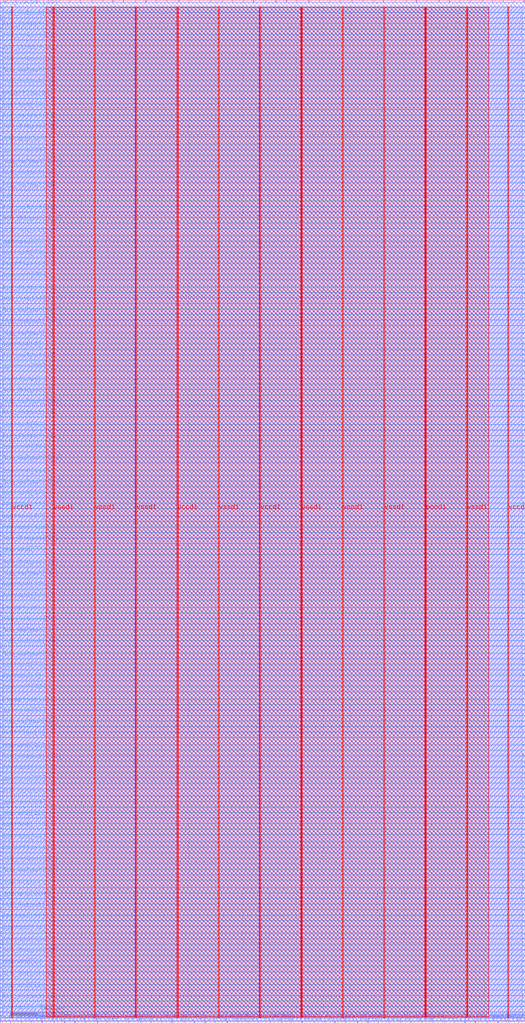
<source format=lef>
VERSION 5.7 ;
  NOWIREEXTENSIONATPIN ON ;
  DIVIDERCHAR "/" ;
  BUSBITCHARS "[]" ;
MACRO Top_Module_4_ALU
  CLASS BLOCK ;
  FOREIGN Top_Module_4_ALU ;
  ORIGIN 0.000 0.000 ;
  SIZE 975.000 BY 1900.000 ;
  PIN ALU_Output[0]
    DIRECTION OUTPUT TRISTATE ;
    USE SIGNAL ;
    PORT
      LAYER met2 ;
        RECT 933.890 1896.000 934.170 1899.000 ;
    END
  END ALU_Output[0]
  PIN ALU_Output[100]
    DIRECTION OUTPUT TRISTATE ;
    USE SIGNAL ;
    PORT
      LAYER met3 ;
        RECT 1.000 1336.240 4.000 1336.840 ;
    END
  END ALU_Output[100]
  PIN ALU_Output[101]
    DIRECTION OUTPUT TRISTATE ;
    USE SIGNAL ;
    PORT
      LAYER met3 ;
        RECT 971.000 115.640 974.000 116.240 ;
    END
  END ALU_Output[101]
  PIN ALU_Output[102]
    DIRECTION OUTPUT TRISTATE ;
    USE SIGNAL ;
    PORT
      LAYER met3 ;
        RECT 971.000 1706.840 974.000 1707.440 ;
    END
  END ALU_Output[102]
  PIN ALU_Output[103]
    DIRECTION OUTPUT TRISTATE ;
    USE SIGNAL ;
    PORT
      LAYER met2 ;
        RECT 209.390 1896.000 209.670 1899.000 ;
    END
  END ALU_Output[103]
  PIN ALU_Output[104]
    DIRECTION OUTPUT TRISTATE ;
    USE SIGNAL ;
    PORT
      LAYER met3 ;
        RECT 971.000 581.440 974.000 582.040 ;
    END
  END ALU_Output[104]
  PIN ALU_Output[105]
    DIRECTION OUTPUT TRISTATE ;
    USE SIGNAL ;
    PORT
      LAYER met3 ;
        RECT 971.000 1686.440 974.000 1687.040 ;
    END
  END ALU_Output[105]
  PIN ALU_Output[106]
    DIRECTION OUTPUT TRISTATE ;
    USE SIGNAL ;
    PORT
      LAYER met2 ;
        RECT 592.570 1896.000 592.850 1899.000 ;
    END
  END ALU_Output[106]
  PIN ALU_Output[107]
    DIRECTION OUTPUT TRISTATE ;
    USE SIGNAL ;
    PORT
      LAYER met3 ;
        RECT 1.000 1315.840 4.000 1316.440 ;
    END
  END ALU_Output[107]
  PIN ALU_Output[108]
    DIRECTION OUTPUT TRISTATE ;
    USE SIGNAL ;
    PORT
      LAYER met3 ;
        RECT 971.000 221.040 974.000 221.640 ;
    END
  END ALU_Output[108]
  PIN ALU_Output[109]
    DIRECTION OUTPUT TRISTATE ;
    USE SIGNAL ;
    PORT
      LAYER met3 ;
        RECT 1.000 1040.440 4.000 1041.040 ;
    END
  END ALU_Output[109]
  PIN ALU_Output[10]
    DIRECTION OUTPUT TRISTATE ;
    USE SIGNAL ;
    PORT
      LAYER met3 ;
        RECT 1.000 40.840 4.000 41.440 ;
    END
  END ALU_Output[10]
  PIN ALU_Output[110]
    DIRECTION OUTPUT TRISTATE ;
    USE SIGNAL ;
    PORT
      LAYER met2 ;
        RECT 573.250 1896.000 573.530 1899.000 ;
    END
  END ALU_Output[110]
  PIN ALU_Output[111]
    DIRECTION OUTPUT TRISTATE ;
    USE SIGNAL ;
    PORT
      LAYER met3 ;
        RECT 971.000 1071.040 974.000 1071.640 ;
    END
  END ALU_Output[111]
  PIN ALU_Output[112]
    DIRECTION OUTPUT TRISTATE ;
    USE SIGNAL ;
    PORT
      LAYER met3 ;
        RECT 1.000 1485.840 4.000 1486.440 ;
    END
  END ALU_Output[112]
  PIN ALU_Output[113]
    DIRECTION OUTPUT TRISTATE ;
    USE SIGNAL ;
    PORT
      LAYER met3 ;
        RECT 1.000 1761.240 4.000 1761.840 ;
    END
  END ALU_Output[113]
  PIN ALU_Output[114]
    DIRECTION OUTPUT TRISTATE ;
    USE SIGNAL ;
    PORT
      LAYER met3 ;
        RECT 971.000 306.040 974.000 306.640 ;
    END
  END ALU_Output[114]
  PIN ALU_Output[115]
    DIRECTION OUTPUT TRISTATE ;
    USE SIGNAL ;
    PORT
      LAYER met3 ;
        RECT 1.000 1145.840 4.000 1146.440 ;
    END
  END ALU_Output[115]
  PIN ALU_Output[116]
    DIRECTION OUTPUT TRISTATE ;
    USE SIGNAL ;
    PORT
      LAYER met3 ;
        RECT 971.000 326.440 974.000 327.040 ;
    END
  END ALU_Output[116]
  PIN ALU_Output[117]
    DIRECTION OUTPUT TRISTATE ;
    USE SIGNAL ;
    PORT
      LAYER met2 ;
        RECT 479.870 1.000 480.150 4.000 ;
    END
  END ALU_Output[117]
  PIN ALU_Output[118]
    DIRECTION OUTPUT TRISTATE ;
    USE SIGNAL ;
    PORT
      LAYER met2 ;
        RECT 653.750 1896.000 654.030 1899.000 ;
    END
  END ALU_Output[118]
  PIN ALU_Output[119]
    DIRECTION OUTPUT TRISTATE ;
    USE SIGNAL ;
    PORT
      LAYER met2 ;
        RECT 360.730 1.000 361.010 4.000 ;
    END
  END ALU_Output[119]
  PIN ALU_Output[11]
    DIRECTION OUTPUT TRISTATE ;
    USE SIGNAL ;
    PORT
      LAYER met2 ;
        RECT 270.570 1896.000 270.850 1899.000 ;
    END
  END ALU_Output[11]
  PIN ALU_Output[120]
    DIRECTION OUTPUT TRISTATE ;
    USE SIGNAL ;
    PORT
      LAYER met3 ;
        RECT 1.000 1591.240 4.000 1591.840 ;
    END
  END ALU_Output[120]
  PIN ALU_Output[121]
    DIRECTION OUTPUT TRISTATE ;
    USE SIGNAL ;
    PORT
      LAYER met3 ;
        RECT 1.000 1295.440 4.000 1296.040 ;
    END
  END ALU_Output[121]
  PIN ALU_Output[122]
    DIRECTION OUTPUT TRISTATE ;
    USE SIGNAL ;
    PORT
      LAYER met3 ;
        RECT 1.000 1081.240 4.000 1081.840 ;
    END
  END ALU_Output[122]
  PIN ALU_Output[123]
    DIRECTION OUTPUT TRISTATE ;
    USE SIGNAL ;
    PORT
      LAYER met3 ;
        RECT 1.000 486.240 4.000 486.840 ;
    END
  END ALU_Output[123]
  PIN ALU_Output[124]
    DIRECTION OUTPUT TRISTATE ;
    USE SIGNAL ;
    PORT
      LAYER met3 ;
        RECT 971.000 1281.840 974.000 1282.440 ;
    END
  END ALU_Output[124]
  PIN ALU_Output[125]
    DIRECTION OUTPUT TRISTATE ;
    USE SIGNAL ;
    PORT
      LAYER met2 ;
        RECT 251.250 1896.000 251.530 1899.000 ;
    END
  END ALU_Output[125]
  PIN ALU_Output[126]
    DIRECTION OUTPUT TRISTATE ;
    USE SIGNAL ;
    PORT
      LAYER met3 ;
        RECT 1.000 996.240 4.000 996.840 ;
    END
  END ALU_Output[126]
  PIN ALU_Output[127]
    DIRECTION OUTPUT TRISTATE ;
    USE SIGNAL ;
    PORT
      LAYER met2 ;
        RECT 560.370 1.000 560.650 4.000 ;
    END
  END ALU_Output[127]
  PIN ALU_Output[12]
    DIRECTION OUTPUT TRISTATE ;
    USE SIGNAL ;
    PORT
      LAYER met3 ;
        RECT 971.000 1305.640 974.000 1306.240 ;
    END
  END ALU_Output[12]
  PIN ALU_Output[13]
    DIRECTION OUTPUT TRISTATE ;
    USE SIGNAL ;
    PORT
      LAYER met2 ;
        RECT 29.070 1896.000 29.350 1899.000 ;
    END
  END ALU_Output[13]
  PIN ALU_Output[14]
    DIRECTION OUTPUT TRISTATE ;
    USE SIGNAL ;
    PORT
      LAYER met3 ;
        RECT 971.000 411.440 974.000 412.040 ;
    END
  END ALU_Output[14]
  PIN ALU_Output[15]
    DIRECTION OUTPUT TRISTATE ;
    USE SIGNAL ;
    PORT
      LAYER met3 ;
        RECT 971.000 71.440 974.000 72.040 ;
    END
  END ALU_Output[15]
  PIN ALU_Output[16]
    DIRECTION OUTPUT TRISTATE ;
    USE SIGNAL ;
    PORT
      LAYER met2 ;
        RECT 582.910 1.000 583.190 4.000 ;
    END
  END ALU_Output[16]
  PIN ALU_Output[17]
    DIRECTION OUTPUT TRISTATE ;
    USE SIGNAL ;
    PORT
      LAYER met3 ;
        RECT 1.000 1230.840 4.000 1231.440 ;
    END
  END ALU_Output[17]
  PIN ALU_Output[18]
    DIRECTION OUTPUT TRISTATE ;
    USE SIGNAL ;
    PORT
      LAYER met3 ;
        RECT 1.000 1125.440 4.000 1126.040 ;
    END
  END ALU_Output[18]
  PIN ALU_Output[19]
    DIRECTION OUTPUT TRISTATE ;
    USE SIGNAL ;
    PORT
      LAYER met3 ;
        RECT 971.000 156.440 974.000 157.040 ;
    END
  END ALU_Output[19]
  PIN ALU_Output[1]
    DIRECTION OUTPUT TRISTATE ;
    USE SIGNAL ;
    PORT
      LAYER met3 ;
        RECT 1.000 1781.640 4.000 1782.240 ;
    END
  END ALU_Output[1]
  PIN ALU_Output[20]
    DIRECTION OUTPUT TRISTATE ;
    USE SIGNAL ;
    PORT
      LAYER met2 ;
        RECT 341.410 1.000 341.690 4.000 ;
    END
  END ALU_Output[20]
  PIN ALU_Output[21]
    DIRECTION OUTPUT TRISTATE ;
    USE SIGNAL ;
    PORT
      LAYER met2 ;
        RECT 550.710 1896.000 550.990 1899.000 ;
    END
  END ALU_Output[21]
  PIN ALU_Output[22]
    DIRECTION OUTPUT TRISTATE ;
    USE SIGNAL ;
    PORT
      LAYER met3 ;
        RECT 971.000 370.640 974.000 371.240 ;
    END
  END ALU_Output[22]
  PIN ALU_Output[23]
    DIRECTION OUTPUT TRISTATE ;
    USE SIGNAL ;
    PORT
      LAYER met3 ;
        RECT 1.000 676.640 4.000 677.240 ;
    END
  END ALU_Output[23]
  PIN ALU_Output[24]
    DIRECTION OUTPUT TRISTATE ;
    USE SIGNAL ;
    PORT
      LAYER met3 ;
        RECT 1.000 720.840 4.000 721.440 ;
    END
  END ALU_Output[24]
  PIN ALU_Output[25]
    DIRECTION OUTPUT TRISTATE ;
    USE SIGNAL ;
    PORT
      LAYER met3 ;
        RECT 971.000 10.240 974.000 10.840 ;
    END
  END ALU_Output[25]
  PIN ALU_Output[26]
    DIRECTION OUTPUT TRISTATE ;
    USE SIGNAL ;
    PORT
      LAYER met2 ;
        RECT 67.710 1896.000 67.990 1899.000 ;
    END
  END ALU_Output[26]
  PIN ALU_Output[27]
    DIRECTION OUTPUT TRISTATE ;
    USE SIGNAL ;
    PORT
      LAYER met2 ;
        RECT 602.230 1.000 602.510 4.000 ;
    END
  END ALU_Output[27]
  PIN ALU_Output[28]
    DIRECTION OUTPUT TRISTATE ;
    USE SIGNAL ;
    PORT
      LAYER met2 ;
        RECT 470.210 1896.000 470.490 1899.000 ;
    END
  END ALU_Output[28]
  PIN ALU_Output[29]
    DIRECTION OUTPUT TRISTATE ;
    USE SIGNAL ;
    PORT
      LAYER met3 ;
        RECT 971.000 1261.440 974.000 1262.040 ;
    END
  END ALU_Output[29]
  PIN ALU_Output[2]
    DIRECTION OUTPUT TRISTATE ;
    USE SIGNAL ;
    PORT
      LAYER met2 ;
        RECT 309.210 1896.000 309.490 1899.000 ;
    END
  END ALU_Output[2]
  PIN ALU_Output[30]
    DIRECTION OUTPUT TRISTATE ;
    USE SIGNAL ;
    PORT
      LAYER met3 ;
        RECT 1.000 1887.040 4.000 1887.640 ;
    END
  END ALU_Output[30]
  PIN ALU_Output[31]
    DIRECTION OUTPUT TRISTATE ;
    USE SIGNAL ;
    PORT
      LAYER met3 ;
        RECT 971.000 1560.640 974.000 1561.240 ;
    END
  END ALU_Output[31]
  PIN ALU_Output[32]
    DIRECTION OUTPUT TRISTATE ;
    USE SIGNAL ;
    PORT
      LAYER met3 ;
        RECT 1.000 1740.840 4.000 1741.440 ;
    END
  END ALU_Output[32]
  PIN ALU_Output[33]
    DIRECTION OUTPUT TRISTATE ;
    USE SIGNAL ;
    PORT
      LAYER met2 ;
        RECT 763.230 1.000 763.510 4.000 ;
    END
  END ALU_Output[33]
  PIN ALU_Output[34]
    DIRECTION OUTPUT TRISTATE ;
    USE SIGNAL ;
    PORT
      LAYER met3 ;
        RECT 1.000 741.240 4.000 741.840 ;
    END
  END ALU_Output[34]
  PIN ALU_Output[35]
    DIRECTION OUTPUT TRISTATE ;
    USE SIGNAL ;
    PORT
      LAYER met3 ;
        RECT 1.000 1547.040 4.000 1547.640 ;
    END
  END ALU_Output[35]
  PIN ALU_Output[36]
    DIRECTION OUTPUT TRISTATE ;
    USE SIGNAL ;
    PORT
      LAYER met2 ;
        RECT 77.370 1.000 77.650 4.000 ;
    END
  END ALU_Output[36]
  PIN ALU_Output[37]
    DIRECTION OUTPUT TRISTATE ;
    USE SIGNAL ;
    PORT
      LAYER met3 ;
        RECT 1.000 846.640 4.000 847.240 ;
    END
  END ALU_Output[37]
  PIN ALU_Output[38]
    DIRECTION OUTPUT TRISTATE ;
    USE SIGNAL ;
    PORT
      LAYER met3 ;
        RECT 971.000 1451.840 974.000 1452.440 ;
    END
  END ALU_Output[38]
  PIN ALU_Output[39]
    DIRECTION OUTPUT TRISTATE ;
    USE SIGNAL ;
    PORT
      LAYER met2 ;
        RECT 238.370 1.000 238.650 4.000 ;
    END
  END ALU_Output[39]
  PIN ALU_Output[3]
    DIRECTION OUTPUT TRISTATE ;
    USE SIGNAL ;
    PORT
      LAYER met3 ;
        RECT 1.000 1166.240 4.000 1166.840 ;
    END
  END ALU_Output[3]
  PIN ALU_Output[40]
    DIRECTION OUTPUT TRISTATE ;
    USE SIGNAL ;
    PORT
      LAYER met3 ;
        RECT 971.000 496.440 974.000 497.040 ;
    END
  END ALU_Output[40]
  PIN ALU_Output[41]
    DIRECTION OUTPUT TRISTATE ;
    USE SIGNAL ;
    PORT
      LAYER met3 ;
        RECT 971.000 1791.840 974.000 1792.440 ;
    END
  END ALU_Output[41]
  PIN ALU_Output[42]
    DIRECTION OUTPUT TRISTATE ;
    USE SIGNAL ;
    PORT
      LAYER met3 ;
        RECT 971.000 455.640 974.000 456.240 ;
    END
  END ALU_Output[42]
  PIN ALU_Output[43]
    DIRECTION OUTPUT TRISTATE ;
    USE SIGNAL ;
    PORT
      LAYER met2 ;
        RECT 318.870 1.000 319.150 4.000 ;
    END
  END ALU_Output[43]
  PIN ALU_Output[44]
    DIRECTION OUTPUT TRISTATE ;
    USE SIGNAL ;
    PORT
      LAYER met3 ;
        RECT 1.000 1506.240 4.000 1506.840 ;
    END
  END ALU_Output[44]
  PIN ALU_Output[45]
    DIRECTION OUTPUT TRISTATE ;
    USE SIGNAL ;
    PORT
      LAYER met3 ;
        RECT 971.000 265.240 974.000 265.840 ;
    END
  END ALU_Output[45]
  PIN ALU_Output[46]
    DIRECTION OUTPUT TRISTATE ;
    USE SIGNAL ;
    PORT
      LAYER met3 ;
        RECT 1.000 1866.640 4.000 1867.240 ;
    END
  END ALU_Output[46]
  PIN ALU_Output[47]
    DIRECTION OUTPUT TRISTATE ;
    USE SIGNAL ;
    PORT
      LAYER met3 ;
        RECT 971.000 686.840 974.000 687.440 ;
    END
  END ALU_Output[47]
  PIN ALU_Output[48]
    DIRECTION OUTPUT TRISTATE ;
    USE SIGNAL ;
    PORT
      LAYER met2 ;
        RECT 370.390 1896.000 370.670 1899.000 ;
    END
  END ALU_Output[48]
  PIN ALU_Output[49]
    DIRECTION OUTPUT TRISTATE ;
    USE SIGNAL ;
    PORT
      LAYER met3 ;
        RECT 971.000 795.640 974.000 796.240 ;
    END
  END ALU_Output[49]
  PIN ALU_Output[4]
    DIRECTION OUTPUT TRISTATE ;
    USE SIGNAL ;
    PORT
      LAYER met2 ;
        RECT 109.570 1896.000 109.850 1899.000 ;
    END
  END ALU_Output[4]
  PIN ALU_Output[50]
    DIRECTION OUTPUT TRISTATE ;
    USE SIGNAL ;
    PORT
      LAYER met3 ;
        RECT 1.000 1655.840 4.000 1656.440 ;
    END
  END ALU_Output[50]
  PIN ALU_Output[51]
    DIRECTION OUTPUT TRISTATE ;
    USE SIGNAL ;
    PORT
      LAYER met3 ;
        RECT 1.000 1676.240 4.000 1676.840 ;
    END
  END ALU_Output[51]
  PIN ALU_Output[52]
    DIRECTION OUTPUT TRISTATE ;
    USE SIGNAL ;
    PORT
      LAYER met2 ;
        RECT 834.070 1896.000 834.350 1899.000 ;
    END
  END ALU_Output[52]
  PIN ALU_Output[53]
    DIRECTION OUTPUT TRISTATE ;
    USE SIGNAL ;
    PORT
      LAYER met3 ;
        RECT 1.000 275.440 4.000 276.040 ;
    END
  END ALU_Output[53]
  PIN ALU_Output[54]
    DIRECTION OUTPUT TRISTATE ;
    USE SIGNAL ;
    PORT
      LAYER met3 ;
        RECT 971.000 666.440 974.000 667.040 ;
    END
  END ALU_Output[54]
  PIN ALU_Output[55]
    DIRECTION OUTPUT TRISTATE ;
    USE SIGNAL ;
    PORT
      LAYER met3 ;
        RECT 971.000 1836.040 974.000 1836.640 ;
    END
  END ALU_Output[55]
  PIN ALU_Output[56]
    DIRECTION OUTPUT TRISTATE ;
    USE SIGNAL ;
    PORT
      LAYER met2 ;
        RECT 972.530 1896.000 972.810 1899.000 ;
    END
  END ALU_Output[56]
  PIN ALU_Output[57]
    DIRECTION OUTPUT TRISTATE ;
    USE SIGNAL ;
    PORT
      LAYER met2 ;
        RECT 157.870 1.000 158.150 4.000 ;
    END
  END ALU_Output[57]
  PIN ALU_Output[58]
    DIRECTION OUTPUT TRISTATE ;
    USE SIGNAL ;
    PORT
      LAYER met2 ;
        RECT 702.050 1.000 702.330 4.000 ;
    END
  END ALU_Output[58]
  PIN ALU_Output[59]
    DIRECTION OUTPUT TRISTATE ;
    USE SIGNAL ;
    PORT
      LAYER met3 ;
        RECT 971.000 1876.840 974.000 1877.440 ;
    END
  END ALU_Output[59]
  PIN ALU_Output[5]
    DIRECTION OUTPUT TRISTATE ;
    USE SIGNAL ;
    PORT
      LAYER met3 ;
        RECT 1.000 210.840 4.000 211.440 ;
    END
  END ALU_Output[5]
  PIN ALU_Output[60]
    DIRECTION OUTPUT TRISTATE ;
    USE SIGNAL ;
    PORT
      LAYER met3 ;
        RECT 1.000 1570.840 4.000 1571.440 ;
    END
  END ALU_Output[60]
  PIN ALU_Output[61]
    DIRECTION OUTPUT TRISTATE ;
    USE SIGNAL ;
    PORT
      LAYER met2 ;
        RECT 895.250 1896.000 895.530 1899.000 ;
    END
  END ALU_Output[61]
  PIN ALU_Output[62]
    DIRECTION OUTPUT TRISTATE ;
    USE SIGNAL ;
    PORT
      LAYER met2 ;
        RECT 441.230 1.000 441.510 4.000 ;
    END
  END ALU_Output[62]
  PIN ALU_Output[63]
    DIRECTION OUTPUT TRISTATE ;
    USE SIGNAL ;
    PORT
      LAYER met3 ;
        RECT 1.000 890.840 4.000 891.440 ;
    END
  END ALU_Output[63]
  PIN ALU_Output[64]
    DIRECTION OUTPUT TRISTATE ;
    USE SIGNAL ;
    PORT
      LAYER met2 ;
        RECT 421.910 1.000 422.190 4.000 ;
    END
  END ALU_Output[64]
  PIN ALU_Output[65]
    DIRECTION OUTPUT TRISTATE ;
    USE SIGNAL ;
    PORT
      LAYER met3 ;
        RECT 1.000 295.840 4.000 296.440 ;
    END
  END ALU_Output[65]
  PIN ALU_Output[66]
    DIRECTION OUTPUT TRISTATE ;
    USE SIGNAL ;
    PORT
      LAYER met2 ;
        RECT 170.750 1896.000 171.030 1899.000 ;
    END
  END ALU_Output[66]
  PIN ALU_Output[67]
    DIRECTION OUTPUT TRISTATE ;
    USE SIGNAL ;
    PORT
      LAYER met3 ;
        RECT 971.000 1176.440 974.000 1177.040 ;
    END
  END ALU_Output[67]
  PIN ALU_Output[68]
    DIRECTION OUTPUT TRISTATE ;
    USE SIGNAL ;
    PORT
      LAYER met3 ;
        RECT 971.000 625.640 974.000 626.240 ;
    END
  END ALU_Output[68]
  PIN ALU_Output[69]
    DIRECTION OUTPUT TRISTATE ;
    USE SIGNAL ;
    PORT
      LAYER met2 ;
        RECT 228.710 1896.000 228.990 1899.000 ;
    END
  END ALU_Output[69]
  PIN ALU_Output[6]
    DIRECTION OUTPUT TRISTATE ;
    USE SIGNAL ;
    PORT
      LAYER met2 ;
        RECT 492.750 1896.000 493.030 1899.000 ;
    END
  END ALU_Output[6]
  PIN ALU_Output[70]
    DIRECTION OUTPUT TRISTATE ;
    USE SIGNAL ;
    PORT
      LAYER met2 ;
        RECT 219.050 1.000 219.330 4.000 ;
    END
  END ALU_Output[70]
  PIN ALU_Output[71]
    DIRECTION OUTPUT TRISTATE ;
    USE SIGNAL ;
    PORT
      LAYER met3 ;
        RECT 971.000 1326.040 974.000 1326.640 ;
    END
  END ALU_Output[71]
  PIN ALU_Output[72]
    DIRECTION OUTPUT TRISTATE ;
    USE SIGNAL ;
    PORT
      LAYER met3 ;
        RECT 1.000 1462.040 4.000 1462.640 ;
    END
  END ALU_Output[72]
  PIN ALU_Output[73]
    DIRECTION OUTPUT TRISTATE ;
    USE SIGNAL ;
    PORT
      LAYER met3 ;
        RECT 971.000 136.040 974.000 136.640 ;
    END
  END ALU_Output[73]
  PIN ALU_Output[74]
    DIRECTION OUTPUT TRISTATE ;
    USE SIGNAL ;
    PORT
      LAYER met2 ;
        RECT 734.250 1896.000 734.530 1899.000 ;
    END
  END ALU_Output[74]
  PIN ALU_Output[75]
    DIRECTION OUTPUT TRISTATE ;
    USE SIGNAL ;
    PORT
      LAYER met2 ;
        RECT 541.050 1.000 541.330 4.000 ;
    END
  END ALU_Output[75]
  PIN ALU_Output[76]
    DIRECTION OUTPUT TRISTATE ;
    USE SIGNAL ;
    PORT
      LAYER met3 ;
        RECT 971.000 350.240 974.000 350.840 ;
    END
  END ALU_Output[76]
  PIN ALU_Output[77]
    DIRECTION OUTPUT TRISTATE ;
    USE SIGNAL ;
    PORT
      LAYER met2 ;
        RECT 631.210 1896.000 631.490 1899.000 ;
    END
  END ALU_Output[77]
  PIN ALU_Output[78]
    DIRECTION OUTPUT TRISTATE ;
    USE SIGNAL ;
    PORT
      LAYER met3 ;
        RECT 971.000 561.040 974.000 561.640 ;
    END
  END ALU_Output[78]
  PIN ALU_Output[79]
    DIRECTION OUTPUT TRISTATE ;
    USE SIGNAL ;
    PORT
      LAYER met3 ;
        RECT 1.000 826.240 4.000 826.840 ;
    END
  END ALU_Output[79]
  PIN ALU_Output[7]
    DIRECTION OUTPUT TRISTATE ;
    USE SIGNAL ;
    PORT
      LAYER met3 ;
        RECT 1.000 1271.640 4.000 1272.240 ;
    END
  END ALU_Output[7]
  PIN ALU_Output[80]
    DIRECTION OUTPUT TRISTATE ;
    USE SIGNAL ;
    PORT
      LAYER met2 ;
        RECT 914.570 1896.000 914.850 1899.000 ;
    END
  END ALU_Output[80]
  PIN ALU_Output[81]
    DIRECTION OUTPUT TRISTATE ;
    USE SIGNAL ;
    PORT
      LAYER met3 ;
        RECT 1.000 1825.840 4.000 1826.440 ;
    END
  END ALU_Output[81]
  PIN ALU_Output[82]
    DIRECTION OUTPUT TRISTATE ;
    USE SIGNAL ;
    PORT
      LAYER met3 ;
        RECT 1.000 550.840 4.000 551.440 ;
    END
  END ALU_Output[82]
  PIN ALU_Output[83]
    DIRECTION OUTPUT TRISTATE ;
    USE SIGNAL ;
    PORT
      LAYER met3 ;
        RECT 1.000 1802.040 4.000 1802.640 ;
    END
  END ALU_Output[83]
  PIN ALU_Output[84]
    DIRECTION OUTPUT TRISTATE ;
    USE SIGNAL ;
    PORT
      LAYER met2 ;
        RECT 48.390 1896.000 48.670 1899.000 ;
    END
  END ALU_Output[84]
  PIN ALU_Output[85]
    DIRECTION OUTPUT TRISTATE ;
    USE SIGNAL ;
    PORT
      LAYER met2 ;
        RECT 128.890 1896.000 129.170 1899.000 ;
    END
  END ALU_Output[85]
  PIN ALU_Output[86]
    DIRECTION OUTPUT TRISTATE ;
    USE SIGNAL ;
    PORT
      LAYER met3 ;
        RECT 1.000 81.640 4.000 82.240 ;
    END
  END ALU_Output[86]
  PIN ALU_Output[87]
    DIRECTION OUTPUT TRISTATE ;
    USE SIGNAL ;
    PORT
      LAYER met3 ;
        RECT 971.000 476.040 974.000 476.640 ;
    END
  END ALU_Output[87]
  PIN ALU_Output[88]
    DIRECTION OUTPUT TRISTATE ;
    USE SIGNAL ;
    PORT
      LAYER met3 ;
        RECT 971.000 1026.840 974.000 1027.440 ;
    END
  END ALU_Output[88]
  PIN ALU_Output[89]
    DIRECTION OUTPUT TRISTATE ;
    USE SIGNAL ;
    PORT
      LAYER met3 ;
        RECT 1.000 421.640 4.000 422.240 ;
    END
  END ALU_Output[89]
  PIN ALU_Output[8]
    DIRECTION OUTPUT TRISTATE ;
    USE SIGNAL ;
    PORT
      LAYER met3 ;
        RECT 971.000 1241.040 974.000 1241.640 ;
    END
  END ALU_Output[8]
  PIN ALU_Output[90]
    DIRECTION OUTPUT TRISTATE ;
    USE SIGNAL ;
    PORT
      LAYER met3 ;
        RECT 1.000 125.840 4.000 126.440 ;
    END
  END ALU_Output[90]
  PIN ALU_Output[91]
    DIRECTION OUTPUT TRISTATE ;
    USE SIGNAL ;
    PORT
      LAYER met3 ;
        RECT 1.000 1846.240 4.000 1846.840 ;
    END
  END ALU_Output[91]
  PIN ALU_Output[92]
    DIRECTION OUTPUT TRISTATE ;
    USE SIGNAL ;
    PORT
      LAYER met2 ;
        RECT 863.050 1.000 863.330 4.000 ;
    END
  END ALU_Output[92]
  PIN ALU_Output[93]
    DIRECTION OUTPUT TRISTATE ;
    USE SIGNAL ;
    PORT
      LAYER met3 ;
        RECT 971.000 1346.440 974.000 1347.040 ;
    END
  END ALU_Output[93]
  PIN ALU_Output[94]
    DIRECTION OUTPUT TRISTATE ;
    USE SIGNAL ;
    PORT
      LAYER met2 ;
        RECT 180.410 1.000 180.690 4.000 ;
    END
  END ALU_Output[94]
  PIN ALU_Output[95]
    DIRECTION OUTPUT TRISTATE ;
    USE SIGNAL ;
    PORT
      LAYER met3 ;
        RECT 1.000 700.440 4.000 701.040 ;
    END
  END ALU_Output[95]
  PIN ALU_Output[96]
    DIRECTION OUTPUT TRISTATE ;
    USE SIGNAL ;
    PORT
      LAYER met3 ;
        RECT 1.000 1356.640 4.000 1357.240 ;
    END
  END ALU_Output[96]
  PIN ALU_Output[97]
    DIRECTION OUTPUT TRISTATE ;
    USE SIGNAL ;
    PORT
      LAYER met2 ;
        RECT 148.210 1896.000 148.490 1899.000 ;
    END
  END ALU_Output[97]
  PIN ALU_Output[98]
    DIRECTION OUTPUT TRISTATE ;
    USE SIGNAL ;
    PORT
      LAYER met3 ;
        RECT 971.000 901.040 974.000 901.640 ;
    END
  END ALU_Output[98]
  PIN ALU_Output[99]
    DIRECTION OUTPUT TRISTATE ;
    USE SIGNAL ;
    PORT
      LAYER met3 ;
        RECT 971.000 1666.040 974.000 1666.640 ;
    END
  END ALU_Output[99]
  PIN ALU_Output[9]
    DIRECTION OUTPUT TRISTATE ;
    USE SIGNAL ;
    PORT
      LAYER met3 ;
        RECT 971.000 880.640 974.000 881.240 ;
    END
  END ALU_Output[9]
  PIN Exception[0]
    DIRECTION OUTPUT TRISTATE ;
    USE SIGNAL ;
    PORT
      LAYER met2 ;
        RECT 502.410 1.000 502.690 4.000 ;
    END
  END Exception[0]
  PIN Exception[1]
    DIRECTION OUTPUT TRISTATE ;
    USE SIGNAL ;
    PORT
      LAYER met3 ;
        RECT 971.000 1220.640 974.000 1221.240 ;
    END
  END Exception[1]
  PIN Exception[2]
    DIRECTION OUTPUT TRISTATE ;
    USE SIGNAL ;
    PORT
      LAYER met3 ;
        RECT 1.000 761.640 4.000 762.240 ;
    END
  END Exception[2]
  PIN Exception[3]
    DIRECTION OUTPUT TRISTATE ;
    USE SIGNAL ;
    PORT
      LAYER met3 ;
        RECT 1.000 591.640 4.000 592.240 ;
    END
  END Exception[3]
  PIN Operation[0]
    DIRECTION INPUT ;
    USE SIGNAL ;
    PORT
      LAYER met2 ;
        RECT 782.550 1.000 782.830 4.000 ;
    END
  END Operation[0]
  PIN Operation[1]
    DIRECTION INPUT ;
    USE SIGNAL ;
    PORT
      LAYER met3 ;
        RECT 1.000 251.640 4.000 252.240 ;
    END
  END Operation[1]
  PIN Operation[2]
    DIRECTION INPUT ;
    USE SIGNAL ;
    PORT
      LAYER met2 ;
        RECT 753.570 1896.000 753.850 1899.000 ;
    END
  END Operation[2]
  PIN Operation[3]
    DIRECTION INPUT ;
    USE SIGNAL ;
    PORT
      LAYER met3 ;
        RECT 971.000 1196.840 974.000 1197.440 ;
    END
  END Operation[3]
  PIN Overflow[0]
    DIRECTION OUTPUT TRISTATE ;
    USE SIGNAL ;
    PORT
      LAYER met3 ;
        RECT 971.000 200.640 974.000 201.240 ;
    END
  END Overflow[0]
  PIN Overflow[1]
    DIRECTION OUTPUT TRISTATE ;
    USE SIGNAL ;
    PORT
      LAYER met3 ;
        RECT 1.000 530.440 4.000 531.040 ;
    END
  END Overflow[1]
  PIN Overflow[2]
    DIRECTION OUTPUT TRISTATE ;
    USE SIGNAL ;
    PORT
      LAYER met3 ;
        RECT 1.000 1400.840 4.000 1401.440 ;
    END
  END Overflow[2]
  PIN Overflow[3]
    DIRECTION OUTPUT TRISTATE ;
    USE SIGNAL ;
    PORT
      LAYER met3 ;
        RECT 1.000 1186.640 4.000 1187.240 ;
    END
  END Overflow[3]
  PIN Underflow[0]
    DIRECTION OUTPUT TRISTATE ;
    USE SIGNAL ;
    PORT
      LAYER met3 ;
        RECT 1.000 1717.040 4.000 1717.640 ;
    END
  END Underflow[0]
  PIN Underflow[1]
    DIRECTION OUTPUT TRISTATE ;
    USE SIGNAL ;
    PORT
      LAYER met3 ;
        RECT 971.000 1366.840 974.000 1367.440 ;
    END
  END Underflow[1]
  PIN Underflow[2]
    DIRECTION OUTPUT TRISTATE ;
    USE SIGNAL ;
    PORT
      LAYER met2 ;
        RECT 843.730 1.000 844.010 4.000 ;
    END
  END Underflow[2]
  PIN Underflow[3]
    DIRECTION OUTPUT TRISTATE ;
    USE SIGNAL ;
    PORT
      LAYER met3 ;
        RECT 1.000 316.240 4.000 316.840 ;
    END
  END Underflow[3]
  PIN clk
    DIRECTION INPUT ;
    USE SIGNAL ;
    PORT
      LAYER met2 ;
        RECT 801.870 1.000 802.150 4.000 ;
    END
  END clk
  PIN iCE
    DIRECTION INPUT ;
    USE SIGNAL ;
    PORT
      LAYER met3 ;
        RECT 1.000 1526.640 4.000 1527.240 ;
    END
  END iCE
  PIN i_operand_sel
    DIRECTION INPUT ;
    USE SIGNAL ;
    PORT
      LAYER met3 ;
        RECT 971.000 856.840 974.000 857.440 ;
    END
  END i_operand_sel
  PIN i_rst
    DIRECTION INPUT ;
    USE SIGNAL ;
    PORT
      LAYER met2 ;
        RECT 431.570 1896.000 431.850 1899.000 ;
    END
  END i_rst
  PIN operand[0]
    DIRECTION INPUT ;
    USE SIGNAL ;
    PORT
      LAYER met2 ;
        RECT 872.710 1896.000 872.990 1899.000 ;
    END
  END operand[0]
  PIN operand[100]
    DIRECTION INPUT ;
    USE SIGNAL ;
    PORT
      LAYER met2 ;
        RECT 450.890 1896.000 451.170 1899.000 ;
    END
  END operand[100]
  PIN operand[101]
    DIRECTION INPUT ;
    USE SIGNAL ;
    PORT
      LAYER met3 ;
        RECT 971.000 836.440 974.000 837.040 ;
    END
  END operand[101]
  PIN operand[102]
    DIRECTION INPUT ;
    USE SIGNAL ;
    PORT
      LAYER met3 ;
        RECT 971.000 1621.840 974.000 1622.440 ;
    END
  END operand[102]
  PIN operand[103]
    DIRECTION INPUT ;
    USE SIGNAL ;
    PORT
      LAYER met3 ;
        RECT 971.000 710.640 974.000 711.240 ;
    END
  END operand[103]
  PIN operand[104]
    DIRECTION INPUT ;
    USE SIGNAL ;
    PORT
      LAYER met3 ;
        RECT 1.000 231.240 4.000 231.840 ;
    END
  END operand[104]
  PIN operand[105]
    DIRECTION INPUT ;
    USE SIGNAL ;
    PORT
      LAYER met3 ;
        RECT 971.000 1411.040 974.000 1411.640 ;
    END
  END operand[105]
  PIN operand[106]
    DIRECTION INPUT ;
    USE SIGNAL ;
    PORT
      LAYER met3 ;
        RECT 971.000 241.440 974.000 242.040 ;
    END
  END operand[106]
  PIN operand[107]
    DIRECTION INPUT ;
    USE SIGNAL ;
    PORT
      LAYER met3 ;
        RECT 971.000 1771.440 974.000 1772.040 ;
    END
  END operand[107]
  PIN operand[108]
    DIRECTION INPUT ;
    USE SIGNAL ;
    PORT
      LAYER met3 ;
        RECT 971.000 51.040 974.000 51.640 ;
    END
  END operand[108]
  PIN operand[109]
    DIRECTION INPUT ;
    USE SIGNAL ;
    PORT
      LAYER met2 ;
        RECT 351.070 1896.000 351.350 1899.000 ;
    END
  END operand[109]
  PIN operand[10]
    DIRECTION INPUT ;
    USE SIGNAL ;
    PORT
      LAYER met2 ;
        RECT 138.550 1.000 138.830 4.000 ;
    END
  END operand[10]
  PIN operand[110]
    DIRECTION INPUT ;
    USE SIGNAL ;
    PORT
      LAYER met3 ;
        RECT 971.000 731.040 974.000 731.640 ;
    END
  END operand[110]
  PIN operand[111]
    DIRECTION INPUT ;
    USE SIGNAL ;
    PORT
      LAYER met2 ;
        RECT 621.550 1.000 621.830 4.000 ;
    END
  END operand[111]
  PIN operand[112]
    DIRECTION INPUT ;
    USE SIGNAL ;
    PORT
      LAYER met3 ;
        RECT 971.000 921.440 974.000 922.040 ;
    END
  END operand[112]
  PIN operand[113]
    DIRECTION INPUT ;
    USE SIGNAL ;
    PORT
      LAYER met3 ;
        RECT 1.000 465.840 4.000 466.440 ;
    END
  END operand[113]
  PIN operand[114]
    DIRECTION INPUT ;
    USE SIGNAL ;
    PORT
      LAYER met3 ;
        RECT 1.000 1016.640 4.000 1017.240 ;
    END
  END operand[114]
  PIN operand[115]
    DIRECTION INPUT ;
    USE SIGNAL ;
    PORT
      LAYER met2 ;
        RECT 673.070 1896.000 673.350 1899.000 ;
    END
  END operand[115]
  PIN operand[116]
    DIRECTION INPUT ;
    USE SIGNAL ;
    PORT
      LAYER met3 ;
        RECT 971.000 1536.840 974.000 1537.440 ;
    END
  END operand[116]
  PIN operand[117]
    DIRECTION INPUT ;
    USE SIGNAL ;
    PORT
      LAYER met3 ;
        RECT 971.000 1091.440 974.000 1092.040 ;
    END
  END operand[117]
  PIN operand[118]
    DIRECTION INPUT ;
    USE SIGNAL ;
    PORT
      LAYER met3 ;
        RECT 1.000 360.440 4.000 361.040 ;
    END
  END operand[118]
  PIN operand[119]
    DIRECTION INPUT ;
    USE SIGNAL ;
    PORT
      LAYER met2 ;
        RECT 692.390 1896.000 692.670 1899.000 ;
    END
  END operand[119]
  PIN operand[11]
    DIRECTION INPUT ;
    USE SIGNAL ;
    PORT
      LAYER met3 ;
        RECT 1.000 955.440 4.000 956.040 ;
    END
  END operand[11]
  PIN operand[120]
    DIRECTION INPUT ;
    USE SIGNAL ;
    PORT
      LAYER met3 ;
        RECT 1.000 146.240 4.000 146.840 ;
    END
  END operand[120]
  PIN operand[121]
    DIRECTION INPUT ;
    USE SIGNAL ;
    PORT
      LAYER met3 ;
        RECT 1.000 506.640 4.000 507.240 ;
    END
  END operand[121]
  PIN operand[122]
    DIRECTION INPUT ;
    USE SIGNAL ;
    PORT
      LAYER met3 ;
        RECT 1.000 1441.640 4.000 1442.240 ;
    END
  END operand[122]
  PIN operand[123]
    DIRECTION INPUT ;
    USE SIGNAL ;
    PORT
      LAYER met2 ;
        RECT 792.210 1896.000 792.490 1899.000 ;
    END
  END operand[123]
  PIN operand[124]
    DIRECTION INPUT ;
    USE SIGNAL ;
    PORT
      LAYER met2 ;
        RECT 331.750 1896.000 332.030 1899.000 ;
    END
  END operand[124]
  PIN operand[125]
    DIRECTION INPUT ;
    USE SIGNAL ;
    PORT
      LAYER met3 ;
        RECT 1.000 805.840 4.000 806.440 ;
    END
  END operand[125]
  PIN operand[126]
    DIRECTION INPUT ;
    USE SIGNAL ;
    PORT
      LAYER met3 ;
        RECT 1.000 911.240 4.000 911.840 ;
    END
  END operand[126]
  PIN operand[127]
    DIRECTION INPUT ;
    USE SIGNAL ;
    PORT
      LAYER met3 ;
        RECT 971.000 1111.840 974.000 1112.440 ;
    END
  END operand[127]
  PIN operand[12]
    DIRECTION INPUT ;
    USE SIGNAL ;
    PORT
      LAYER met3 ;
        RECT 971.000 1050.640 974.000 1051.240 ;
    END
  END operand[12]
  PIN operand[13]
    DIRECTION INPUT ;
    USE SIGNAL ;
    PORT
      LAYER met3 ;
        RECT 1.000 380.840 4.000 381.440 ;
    END
  END operand[13]
  PIN operand[14]
    DIRECTION INPUT ;
    USE SIGNAL ;
    PORT
      LAYER met3 ;
        RECT 971.000 965.640 974.000 966.240 ;
    END
  END operand[14]
  PIN operand[15]
    DIRECTION INPUT ;
    USE SIGNAL ;
    PORT
      LAYER met3 ;
        RECT 971.000 601.840 974.000 602.440 ;
    END
  END operand[15]
  PIN operand[16]
    DIRECTION INPUT ;
    USE SIGNAL ;
    PORT
      LAYER met3 ;
        RECT 971.000 180.240 974.000 180.840 ;
    END
  END operand[16]
  PIN operand[17]
    DIRECTION INPUT ;
    USE SIGNAL ;
    PORT
      LAYER met3 ;
        RECT 1.000 975.840 4.000 976.440 ;
    END
  END operand[17]
  PIN operand[18]
    DIRECTION INPUT ;
    USE SIGNAL ;
    PORT
      LAYER met3 ;
        RECT 971.000 1581.040 974.000 1581.640 ;
    END
  END operand[18]
  PIN operand[19]
    DIRECTION INPUT ;
    USE SIGNAL ;
    PORT
      LAYER met2 ;
        RECT 682.730 1.000 683.010 4.000 ;
    END
  END operand[19]
  PIN operand[1]
    DIRECTION INPUT ;
    USE SIGNAL ;
    PORT
      LAYER met2 ;
        RECT 962.870 1.000 963.150 4.000 ;
    END
  END operand[1]
  PIN operand[20]
    DIRECTION INPUT ;
    USE SIGNAL ;
    PORT
      LAYER met3 ;
        RECT 971.000 516.840 974.000 517.440 ;
    END
  END operand[20]
  PIN operand[21]
    DIRECTION INPUT ;
    USE SIGNAL ;
    PORT
      LAYER met2 ;
        RECT 289.890 1896.000 290.170 1899.000 ;
    END
  END operand[21]
  PIN operand[22]
    DIRECTION INPUT ;
    USE SIGNAL ;
    PORT
      LAYER met2 ;
        RECT 663.410 1.000 663.690 4.000 ;
    END
  END operand[22]
  PIN operand[23]
    DIRECTION INPUT ;
    USE SIGNAL ;
    PORT
      LAYER met2 ;
        RECT 119.230 1.000 119.510 4.000 ;
    END
  END operand[23]
  PIN operand[24]
    DIRECTION INPUT ;
    USE SIGNAL ;
    PORT
      LAYER met3 ;
        RECT 1.000 166.640 4.000 167.240 ;
    END
  END operand[24]
  PIN operand[25]
    DIRECTION INPUT ;
    USE SIGNAL ;
    PORT
      LAYER met3 ;
        RECT 971.000 1006.440 974.000 1007.040 ;
    END
  END operand[25]
  PIN operand[26]
    DIRECTION INPUT ;
    USE SIGNAL ;
    PORT
      LAYER met3 ;
        RECT 971.000 1475.640 974.000 1476.240 ;
    END
  END operand[26]
  PIN operand[27]
    DIRECTION INPUT ;
    USE SIGNAL ;
    PORT
      LAYER met2 ;
        RECT 460.550 1.000 460.830 4.000 ;
    END
  END operand[27]
  PIN operand[28]
    DIRECTION INPUT ;
    USE SIGNAL ;
    PORT
      LAYER met3 ;
        RECT 971.000 1815.640 974.000 1816.240 ;
    END
  END operand[28]
  PIN operand[29]
    DIRECTION INPUT ;
    USE SIGNAL ;
    PORT
      LAYER met3 ;
        RECT 1.000 61.240 4.000 61.840 ;
    END
  END operand[29]
  PIN operand[2]
    DIRECTION INPUT ;
    USE SIGNAL ;
    PORT
      LAYER met2 ;
        RECT 943.550 1.000 943.830 4.000 ;
    END
  END operand[2]
  PIN operand[30]
    DIRECTION INPUT ;
    USE SIGNAL ;
    PORT
      LAYER met3 ;
        RECT 971.000 1856.440 974.000 1857.040 ;
    END
  END operand[30]
  PIN operand[31]
    DIRECTION INPUT ;
    USE SIGNAL ;
    PORT
      LAYER met2 ;
        RECT 924.230 1.000 924.510 4.000 ;
    END
  END operand[31]
  PIN operand[32]
    DIRECTION INPUT ;
    USE SIGNAL ;
    PORT
      LAYER met2 ;
        RECT 380.050 1.000 380.330 4.000 ;
    END
  END operand[32]
  PIN operand[33]
    DIRECTION INPUT ;
    USE SIGNAL ;
    PORT
      LAYER met2 ;
        RECT 58.050 1.000 58.330 4.000 ;
    END
  END operand[33]
  PIN operand[34]
    DIRECTION INPUT ;
    USE SIGNAL ;
    PORT
      LAYER met3 ;
        RECT 971.000 285.640 974.000 286.240 ;
    END
  END operand[34]
  PIN operand[35]
    DIRECTION INPUT ;
    USE SIGNAL ;
    PORT
      LAYER met3 ;
        RECT 971.000 646.040 974.000 646.640 ;
    END
  END operand[35]
  PIN operand[36]
    DIRECTION INPUT ;
    USE SIGNAL ;
    PORT
      LAYER met2 ;
        RECT 412.250 1896.000 412.530 1899.000 ;
    END
  END operand[36]
  PIN operand[37]
    DIRECTION INPUT ;
    USE SIGNAL ;
    PORT
      LAYER met3 ;
        RECT 971.000 1431.440 974.000 1432.040 ;
    END
  END operand[37]
  PIN operand[38]
    DIRECTION INPUT ;
    USE SIGNAL ;
    PORT
      LAYER met3 ;
        RECT 1.000 1611.640 4.000 1612.240 ;
    END
  END operand[38]
  PIN operand[39]
    DIRECTION INPUT ;
    USE SIGNAL ;
    PORT
      LAYER met3 ;
        RECT 1.000 1696.640 4.000 1697.240 ;
    END
  END operand[39]
  PIN operand[3]
    DIRECTION INPUT ;
    USE SIGNAL ;
    PORT
      LAYER met3 ;
        RECT 1.000 105.440 4.000 106.040 ;
    END
  END operand[3]
  PIN operand[40]
    DIRECTION INPUT ;
    USE SIGNAL ;
    PORT
      LAYER met2 ;
        RECT 38.730 1.000 39.010 4.000 ;
    END
  END operand[40]
  PIN operand[41]
    DIRECTION INPUT ;
    USE SIGNAL ;
    PORT
      LAYER met2 ;
        RECT 260.910 1.000 261.190 4.000 ;
    END
  END operand[41]
  PIN operand[42]
    DIRECTION INPUT ;
    USE SIGNAL ;
    PORT
      LAYER met3 ;
        RECT 971.000 986.040 974.000 986.640 ;
    END
  END operand[42]
  PIN operand[43]
    DIRECTION INPUT ;
    USE SIGNAL ;
    PORT
      LAYER met2 ;
        RECT 721.370 1.000 721.650 4.000 ;
    END
  END operand[43]
  PIN operand[44]
    DIRECTION INPUT ;
    USE SIGNAL ;
    PORT
      LAYER met2 ;
        RECT 814.750 1896.000 815.030 1899.000 ;
    END
  END operand[44]
  PIN operand[45]
    DIRECTION INPUT ;
    USE SIGNAL ;
    PORT
      LAYER met3 ;
        RECT 971.000 1751.040 974.000 1751.640 ;
    END
  END operand[45]
  PIN operand[46]
    DIRECTION INPUT ;
    USE SIGNAL ;
    PORT
      LAYER met2 ;
        RECT 9.750 1896.000 10.030 1899.000 ;
    END
  END operand[46]
  PIN operand[47]
    DIRECTION INPUT ;
    USE SIGNAL ;
    PORT
      LAYER met3 ;
        RECT 1.000 931.640 4.000 932.240 ;
    END
  END operand[47]
  PIN operand[48]
    DIRECTION INPUT ;
    USE SIGNAL ;
    PORT
      LAYER met3 ;
        RECT 971.000 1135.640 974.000 1136.240 ;
    END
  END operand[48]
  PIN operand[49]
    DIRECTION INPUT ;
    USE SIGNAL ;
    PORT
      LAYER met3 ;
        RECT 971.000 1730.640 974.000 1731.240 ;
    END
  END operand[49]
  PIN operand[4]
    DIRECTION INPUT ;
    USE SIGNAL ;
    PORT
      LAYER met3 ;
        RECT 1.000 1251.240 4.000 1251.840 ;
    END
  END operand[4]
  PIN operand[50]
    DIRECTION INPUT ;
    USE SIGNAL ;
    PORT
      LAYER met3 ;
        RECT 971.000 1390.640 974.000 1391.240 ;
    END
  END operand[50]
  PIN operand[51]
    DIRECTION INPUT ;
    USE SIGNAL ;
    PORT
      LAYER met3 ;
        RECT 971.000 771.840 974.000 772.440 ;
    END
  END operand[51]
  PIN operand[52]
    DIRECTION INPUT ;
    USE SIGNAL ;
    PORT
      LAYER met2 ;
        RECT 882.370 1.000 882.650 4.000 ;
    END
  END operand[52]
  PIN operand[53]
    DIRECTION INPUT ;
    USE SIGNAL ;
    PORT
      LAYER met2 ;
        RECT 953.210 1896.000 953.490 1899.000 ;
    END
  END operand[53]
  PIN operand[54]
    DIRECTION INPUT ;
    USE SIGNAL ;
    PORT
      LAYER met2 ;
        RECT 190.070 1896.000 190.350 1899.000 ;
    END
  END operand[54]
  PIN operand[55]
    DIRECTION INPUT ;
    USE SIGNAL ;
    PORT
      LAYER met2 ;
        RECT 399.370 1.000 399.650 4.000 ;
    END
  END operand[55]
  PIN operand[56]
    DIRECTION INPUT ;
    USE SIGNAL ;
    PORT
      LAYER met3 ;
        RECT 1.000 785.440 4.000 786.040 ;
    END
  END operand[56]
  PIN operand[57]
    DIRECTION INPUT ;
    USE SIGNAL ;
    PORT
      LAYER met3 ;
        RECT 1.000 571.240 4.000 571.840 ;
    END
  END operand[57]
  PIN operand[58]
    DIRECTION INPUT ;
    USE SIGNAL ;
    PORT
      LAYER met3 ;
        RECT 971.000 751.440 974.000 752.040 ;
    END
  END operand[58]
  PIN operand[59]
    DIRECTION INPUT ;
    USE SIGNAL ;
    PORT
      LAYER met3 ;
        RECT 1.000 1101.640 4.000 1102.240 ;
    END
  END operand[59]
  PIN operand[5]
    DIRECTION INPUT ;
    USE SIGNAL ;
    PORT
      LAYER met3 ;
        RECT 971.000 391.040 974.000 391.640 ;
    END
  END operand[5]
  PIN operand[60]
    DIRECTION INPUT ;
    USE SIGNAL ;
    PORT
      LAYER met2 ;
        RECT 199.730 1.000 200.010 4.000 ;
    END
  END operand[60]
  PIN operand[61]
    DIRECTION INPUT ;
    USE SIGNAL ;
    PORT
      LAYER met2 ;
        RECT 640.870 1.000 641.150 4.000 ;
    END
  END operand[61]
  PIN operand[62]
    DIRECTION INPUT ;
    USE SIGNAL ;
    PORT
      LAYER met3 ;
        RECT 971.000 941.840 974.000 942.440 ;
    END
  END operand[62]
  PIN operand[63]
    DIRECTION INPUT ;
    USE SIGNAL ;
    PORT
      LAYER met2 ;
        RECT 853.390 1896.000 853.670 1899.000 ;
    END
  END operand[63]
  PIN operand[64]
    DIRECTION INPUT ;
    USE SIGNAL ;
    PORT
      LAYER met3 ;
        RECT 971.000 1601.440 974.000 1602.040 ;
    END
  END operand[64]
  PIN operand[65]
    DIRECTION INPUT ;
    USE SIGNAL ;
    PORT
      LAYER met3 ;
        RECT 971.000 435.240 974.000 435.840 ;
    END
  END operand[65]
  PIN operand[66]
    DIRECTION INPUT ;
    USE SIGNAL ;
    PORT
      LAYER met3 ;
        RECT 1.000 445.440 4.000 446.040 ;
    END
  END operand[66]
  PIN operand[67]
    DIRECTION INPUT ;
    USE SIGNAL ;
    PORT
      LAYER met3 ;
        RECT 1.000 20.440 4.000 21.040 ;
    END
  END operand[67]
  PIN operand[68]
    DIRECTION INPUT ;
    USE SIGNAL ;
    PORT
      LAYER met2 ;
        RECT 19.410 1.000 19.690 4.000 ;
    END
  END operand[68]
  PIN operand[69]
    DIRECTION INPUT ;
    USE SIGNAL ;
    PORT
      LAYER met3 ;
        RECT 971.000 1645.640 974.000 1646.240 ;
    END
  END operand[69]
  PIN operand[6]
    DIRECTION INPUT ;
    USE SIGNAL ;
    PORT
      LAYER met2 ;
        RECT 772.890 1896.000 773.170 1899.000 ;
    END
  END operand[6]
  PIN operand[70]
    DIRECTION INPUT ;
    USE SIGNAL ;
    PORT
      LAYER met3 ;
        RECT 971.000 540.640 974.000 541.240 ;
    END
  END operand[70]
  PIN operand[71]
    DIRECTION INPUT ;
    USE SIGNAL ;
    PORT
      LAYER met2 ;
        RECT 711.710 1896.000 711.990 1899.000 ;
    END
  END operand[71]
  PIN operand[72]
    DIRECTION INPUT ;
    USE SIGNAL ;
    PORT
      LAYER met3 ;
        RECT 1.000 615.440 4.000 616.040 ;
    END
  END operand[72]
  PIN operand[73]
    DIRECTION INPUT ;
    USE SIGNAL ;
    PORT
      LAYER met3 ;
        RECT 1.000 656.240 4.000 656.840 ;
    END
  END operand[73]
  PIN operand[74]
    DIRECTION INPUT ;
    USE SIGNAL ;
    PORT
      LAYER met2 ;
        RECT 904.910 1.000 905.190 4.000 ;
    END
  END operand[74]
  PIN operand[75]
    DIRECTION INPUT ;
    USE SIGNAL ;
    PORT
      LAYER met2 ;
        RECT 0.090 1.000 0.370 4.000 ;
    END
  END operand[75]
  PIN operand[76]
    DIRECTION INPUT ;
    USE SIGNAL ;
    PORT
      LAYER met3 ;
        RECT 971.000 95.240 974.000 95.840 ;
    END
  END operand[76]
  PIN operand[77]
    DIRECTION INPUT ;
    USE SIGNAL ;
    PORT
      LAYER met3 ;
        RECT 1.000 870.440 4.000 871.040 ;
    END
  END operand[77]
  PIN operand[78]
    DIRECTION INPUT ;
    USE SIGNAL ;
    PORT
      LAYER met3 ;
        RECT 1.000 1421.240 4.000 1421.840 ;
    END
  END operand[78]
  PIN operand[79]
    DIRECTION INPUT ;
    USE SIGNAL ;
    PORT
      LAYER met3 ;
        RECT 1.000 401.240 4.000 401.840 ;
    END
  END operand[79]
  PIN operand[7]
    DIRECTION INPUT ;
    USE SIGNAL ;
    PORT
      LAYER met3 ;
        RECT 1.000 635.840 4.000 636.440 ;
    END
  END operand[7]
  PIN operand[80]
    DIRECTION INPUT ;
    USE SIGNAL ;
    PORT
      LAYER met2 ;
        RECT 280.230 1.000 280.510 4.000 ;
    END
  END operand[80]
  PIN operand[81]
    DIRECTION INPUT ;
    USE SIGNAL ;
    PORT
      LAYER met2 ;
        RECT 99.910 1.000 100.190 4.000 ;
    END
  END operand[81]
  PIN operand[82]
    DIRECTION INPUT ;
    USE SIGNAL ;
    PORT
      LAYER met2 ;
        RECT 389.710 1896.000 389.990 1899.000 ;
    END
  END operand[82]
  PIN operand[83]
    DIRECTION INPUT ;
    USE SIGNAL ;
    PORT
      LAYER met2 ;
        RECT 90.250 1896.000 90.530 1899.000 ;
    END
  END operand[83]
  PIN operand[84]
    DIRECTION INPUT ;
    USE SIGNAL ;
    PORT
      LAYER met2 ;
        RECT 743.910 1.000 744.190 4.000 ;
    END
  END operand[84]
  PIN operand[85]
    DIRECTION INPUT ;
    USE SIGNAL ;
    PORT
      LAYER met2 ;
        RECT 611.890 1896.000 612.170 1899.000 ;
    END
  END operand[85]
  PIN operand[86]
    DIRECTION INPUT ;
    USE SIGNAL ;
    PORT
      LAYER met3 ;
        RECT 971.000 816.040 974.000 816.640 ;
    END
  END operand[86]
  PIN operand[87]
    DIRECTION INPUT ;
    USE SIGNAL ;
    PORT
      LAYER met3 ;
        RECT 1.000 1060.840 4.000 1061.440 ;
    END
  END operand[87]
  PIN operand[88]
    DIRECTION INPUT ;
    USE SIGNAL ;
    PORT
      LAYER met3 ;
        RECT 971.000 1516.440 974.000 1517.040 ;
    END
  END operand[88]
  PIN operand[89]
    DIRECTION INPUT ;
    USE SIGNAL ;
    PORT
      LAYER met2 ;
        RECT 299.550 1.000 299.830 4.000 ;
    END
  END operand[89]
  PIN operand[8]
    DIRECTION INPUT ;
    USE SIGNAL ;
    PORT
      LAYER met2 ;
        RECT 521.730 1.000 522.010 4.000 ;
    END
  END operand[8]
  PIN operand[90]
    DIRECTION INPUT ;
    USE SIGNAL ;
    PORT
      LAYER met3 ;
        RECT 1.000 190.440 4.000 191.040 ;
    END
  END operand[90]
  PIN operand[91]
    DIRECTION INPUT ;
    USE SIGNAL ;
    PORT
      LAYER met3 ;
        RECT 971.000 1496.040 974.000 1496.640 ;
    END
  END operand[91]
  PIN operand[92]
    DIRECTION INPUT ;
    USE SIGNAL ;
    PORT
      LAYER met2 ;
        RECT 824.410 1.000 824.690 4.000 ;
    END
  END operand[92]
  PIN operand[93]
    DIRECTION INPUT ;
    USE SIGNAL ;
    PORT
      LAYER met2 ;
        RECT 531.390 1896.000 531.670 1899.000 ;
    END
  END operand[93]
  PIN operand[94]
    DIRECTION INPUT ;
    USE SIGNAL ;
    PORT
      LAYER met2 ;
        RECT 512.070 1896.000 512.350 1899.000 ;
    END
  END operand[94]
  PIN operand[95]
    DIRECTION INPUT ;
    USE SIGNAL ;
    PORT
      LAYER met3 ;
        RECT 1.000 1380.440 4.000 1381.040 ;
    END
  END operand[95]
  PIN operand[96]
    DIRECTION INPUT ;
    USE SIGNAL ;
    PORT
      LAYER met3 ;
        RECT 1.000 1632.040 4.000 1632.640 ;
    END
  END operand[96]
  PIN operand[97]
    DIRECTION INPUT ;
    USE SIGNAL ;
    PORT
      LAYER met3 ;
        RECT 971.000 30.640 974.000 31.240 ;
    END
  END operand[97]
  PIN operand[98]
    DIRECTION INPUT ;
    USE SIGNAL ;
    PORT
      LAYER met3 ;
        RECT 1.000 336.640 4.000 337.240 ;
    END
  END operand[98]
  PIN operand[99]
    DIRECTION INPUT ;
    USE SIGNAL ;
    PORT
      LAYER met3 ;
        RECT 1.000 1210.440 4.000 1211.040 ;
    END
  END operand[99]
  PIN operand[9]
    DIRECTION INPUT ;
    USE SIGNAL ;
    PORT
      LAYER met3 ;
        RECT 971.000 1156.040 974.000 1156.640 ;
    END
  END operand[9]
  PIN vccd1
    DIRECTION INOUT ;
    USE POWER ;
    PORT
      LAYER met4 ;
        RECT 21.040 10.640 22.640 1887.920 ;
    END
    PORT
      LAYER met4 ;
        RECT 174.640 10.640 176.240 1887.920 ;
    END
    PORT
      LAYER met4 ;
        RECT 328.240 10.640 329.840 1887.920 ;
    END
    PORT
      LAYER met4 ;
        RECT 481.840 10.640 483.440 1887.920 ;
    END
    PORT
      LAYER met4 ;
        RECT 635.440 10.640 637.040 1887.920 ;
    END
    PORT
      LAYER met4 ;
        RECT 789.040 10.640 790.640 1887.920 ;
    END
    PORT
      LAYER met4 ;
        RECT 942.640 10.640 944.240 1887.920 ;
    END
  END vccd1
  PIN vssd1
    DIRECTION INOUT ;
    USE GROUND ;
    PORT
      LAYER met4 ;
        RECT 97.840 10.640 99.440 1887.920 ;
    END
    PORT
      LAYER met4 ;
        RECT 251.440 10.640 253.040 1887.920 ;
    END
    PORT
      LAYER met4 ;
        RECT 405.040 10.640 406.640 1887.920 ;
    END
    PORT
      LAYER met4 ;
        RECT 558.640 10.640 560.240 1887.920 ;
    END
    PORT
      LAYER met4 ;
        RECT 712.240 10.640 713.840 1887.920 ;
    END
    PORT
      LAYER met4 ;
        RECT 865.840 10.640 867.440 1887.920 ;
    END
  END vssd1
  OBS
      LAYER li1 ;
        RECT 5.520 10.795 969.220 1887.765 ;
      LAYER met1 ;
        RECT 0.070 10.640 974.670 1887.920 ;
      LAYER met2 ;
        RECT 0.100 1895.720 9.470 1896.000 ;
        RECT 10.310 1895.720 28.790 1896.000 ;
        RECT 29.630 1895.720 48.110 1896.000 ;
        RECT 48.950 1895.720 67.430 1896.000 ;
        RECT 68.270 1895.720 89.970 1896.000 ;
        RECT 90.810 1895.720 109.290 1896.000 ;
        RECT 110.130 1895.720 128.610 1896.000 ;
        RECT 129.450 1895.720 147.930 1896.000 ;
        RECT 148.770 1895.720 170.470 1896.000 ;
        RECT 171.310 1895.720 189.790 1896.000 ;
        RECT 190.630 1895.720 209.110 1896.000 ;
        RECT 209.950 1895.720 228.430 1896.000 ;
        RECT 229.270 1895.720 250.970 1896.000 ;
        RECT 251.810 1895.720 270.290 1896.000 ;
        RECT 271.130 1895.720 289.610 1896.000 ;
        RECT 290.450 1895.720 308.930 1896.000 ;
        RECT 309.770 1895.720 331.470 1896.000 ;
        RECT 332.310 1895.720 350.790 1896.000 ;
        RECT 351.630 1895.720 370.110 1896.000 ;
        RECT 370.950 1895.720 389.430 1896.000 ;
        RECT 390.270 1895.720 411.970 1896.000 ;
        RECT 412.810 1895.720 431.290 1896.000 ;
        RECT 432.130 1895.720 450.610 1896.000 ;
        RECT 451.450 1895.720 469.930 1896.000 ;
        RECT 470.770 1895.720 492.470 1896.000 ;
        RECT 493.310 1895.720 511.790 1896.000 ;
        RECT 512.630 1895.720 531.110 1896.000 ;
        RECT 531.950 1895.720 550.430 1896.000 ;
        RECT 551.270 1895.720 572.970 1896.000 ;
        RECT 573.810 1895.720 592.290 1896.000 ;
        RECT 593.130 1895.720 611.610 1896.000 ;
        RECT 612.450 1895.720 630.930 1896.000 ;
        RECT 631.770 1895.720 653.470 1896.000 ;
        RECT 654.310 1895.720 672.790 1896.000 ;
        RECT 673.630 1895.720 692.110 1896.000 ;
        RECT 692.950 1895.720 711.430 1896.000 ;
        RECT 712.270 1895.720 733.970 1896.000 ;
        RECT 734.810 1895.720 753.290 1896.000 ;
        RECT 754.130 1895.720 772.610 1896.000 ;
        RECT 773.450 1895.720 791.930 1896.000 ;
        RECT 792.770 1895.720 814.470 1896.000 ;
        RECT 815.310 1895.720 833.790 1896.000 ;
        RECT 834.630 1895.720 853.110 1896.000 ;
        RECT 853.950 1895.720 872.430 1896.000 ;
        RECT 873.270 1895.720 894.970 1896.000 ;
        RECT 895.810 1895.720 914.290 1896.000 ;
        RECT 915.130 1895.720 933.610 1896.000 ;
        RECT 934.450 1895.720 952.930 1896.000 ;
        RECT 953.770 1895.720 972.250 1896.000 ;
        RECT 973.090 1895.720 974.650 1896.000 ;
        RECT 0.100 4.280 974.650 1895.720 ;
        RECT 0.650 3.670 19.130 4.280 ;
        RECT 19.970 3.670 38.450 4.280 ;
        RECT 39.290 3.670 57.770 4.280 ;
        RECT 58.610 3.670 77.090 4.280 ;
        RECT 77.930 3.670 99.630 4.280 ;
        RECT 100.470 3.670 118.950 4.280 ;
        RECT 119.790 3.670 138.270 4.280 ;
        RECT 139.110 3.670 157.590 4.280 ;
        RECT 158.430 3.670 180.130 4.280 ;
        RECT 180.970 3.670 199.450 4.280 ;
        RECT 200.290 3.670 218.770 4.280 ;
        RECT 219.610 3.670 238.090 4.280 ;
        RECT 238.930 3.670 260.630 4.280 ;
        RECT 261.470 3.670 279.950 4.280 ;
        RECT 280.790 3.670 299.270 4.280 ;
        RECT 300.110 3.670 318.590 4.280 ;
        RECT 319.430 3.670 341.130 4.280 ;
        RECT 341.970 3.670 360.450 4.280 ;
        RECT 361.290 3.670 379.770 4.280 ;
        RECT 380.610 3.670 399.090 4.280 ;
        RECT 399.930 3.670 421.630 4.280 ;
        RECT 422.470 3.670 440.950 4.280 ;
        RECT 441.790 3.670 460.270 4.280 ;
        RECT 461.110 3.670 479.590 4.280 ;
        RECT 480.430 3.670 502.130 4.280 ;
        RECT 502.970 3.670 521.450 4.280 ;
        RECT 522.290 3.670 540.770 4.280 ;
        RECT 541.610 3.670 560.090 4.280 ;
        RECT 560.930 3.670 582.630 4.280 ;
        RECT 583.470 3.670 601.950 4.280 ;
        RECT 602.790 3.670 621.270 4.280 ;
        RECT 622.110 3.670 640.590 4.280 ;
        RECT 641.430 3.670 663.130 4.280 ;
        RECT 663.970 3.670 682.450 4.280 ;
        RECT 683.290 3.670 701.770 4.280 ;
        RECT 702.610 3.670 721.090 4.280 ;
        RECT 721.930 3.670 743.630 4.280 ;
        RECT 744.470 3.670 762.950 4.280 ;
        RECT 763.790 3.670 782.270 4.280 ;
        RECT 783.110 3.670 801.590 4.280 ;
        RECT 802.430 3.670 824.130 4.280 ;
        RECT 824.970 3.670 843.450 4.280 ;
        RECT 844.290 3.670 862.770 4.280 ;
        RECT 863.610 3.670 882.090 4.280 ;
        RECT 882.930 3.670 904.630 4.280 ;
        RECT 905.470 3.670 923.950 4.280 ;
        RECT 924.790 3.670 943.270 4.280 ;
        RECT 944.110 3.670 962.590 4.280 ;
        RECT 963.430 3.670 974.650 4.280 ;
      LAYER met3 ;
        RECT 4.400 1886.640 974.890 1887.845 ;
        RECT 4.000 1877.840 974.890 1886.640 ;
        RECT 4.000 1876.440 970.600 1877.840 ;
        RECT 974.400 1876.440 974.890 1877.840 ;
        RECT 4.000 1867.640 974.890 1876.440 ;
        RECT 4.400 1866.240 974.890 1867.640 ;
        RECT 4.000 1857.440 974.890 1866.240 ;
        RECT 4.000 1856.040 970.600 1857.440 ;
        RECT 974.400 1856.040 974.890 1857.440 ;
        RECT 4.000 1847.240 974.890 1856.040 ;
        RECT 4.400 1845.840 974.890 1847.240 ;
        RECT 4.000 1837.040 974.890 1845.840 ;
        RECT 4.000 1835.640 970.600 1837.040 ;
        RECT 974.400 1835.640 974.890 1837.040 ;
        RECT 4.000 1826.840 974.890 1835.640 ;
        RECT 4.400 1825.440 974.890 1826.840 ;
        RECT 4.000 1816.640 974.890 1825.440 ;
        RECT 4.000 1815.240 970.600 1816.640 ;
        RECT 974.400 1815.240 974.890 1816.640 ;
        RECT 4.000 1803.040 974.890 1815.240 ;
        RECT 4.400 1801.640 974.890 1803.040 ;
        RECT 4.000 1792.840 974.890 1801.640 ;
        RECT 4.000 1791.440 970.600 1792.840 ;
        RECT 974.400 1791.440 974.890 1792.840 ;
        RECT 4.000 1782.640 974.890 1791.440 ;
        RECT 4.400 1781.240 974.890 1782.640 ;
        RECT 4.000 1772.440 974.890 1781.240 ;
        RECT 4.000 1771.040 970.600 1772.440 ;
        RECT 974.400 1771.040 974.890 1772.440 ;
        RECT 4.000 1762.240 974.890 1771.040 ;
        RECT 4.400 1760.840 974.890 1762.240 ;
        RECT 4.000 1752.040 974.890 1760.840 ;
        RECT 4.000 1750.640 970.600 1752.040 ;
        RECT 974.400 1750.640 974.890 1752.040 ;
        RECT 4.000 1741.840 974.890 1750.640 ;
        RECT 4.400 1740.440 974.890 1741.840 ;
        RECT 4.000 1731.640 974.890 1740.440 ;
        RECT 4.000 1730.240 970.600 1731.640 ;
        RECT 974.400 1730.240 974.890 1731.640 ;
        RECT 4.000 1718.040 974.890 1730.240 ;
        RECT 4.400 1716.640 974.890 1718.040 ;
        RECT 4.000 1707.840 974.890 1716.640 ;
        RECT 4.000 1706.440 970.600 1707.840 ;
        RECT 974.400 1706.440 974.890 1707.840 ;
        RECT 4.000 1697.640 974.890 1706.440 ;
        RECT 4.400 1696.240 974.890 1697.640 ;
        RECT 4.000 1687.440 974.890 1696.240 ;
        RECT 4.000 1686.040 970.600 1687.440 ;
        RECT 974.400 1686.040 974.890 1687.440 ;
        RECT 4.000 1677.240 974.890 1686.040 ;
        RECT 4.400 1675.840 974.890 1677.240 ;
        RECT 4.000 1667.040 974.890 1675.840 ;
        RECT 4.000 1665.640 970.600 1667.040 ;
        RECT 974.400 1665.640 974.890 1667.040 ;
        RECT 4.000 1656.840 974.890 1665.640 ;
        RECT 4.400 1655.440 974.890 1656.840 ;
        RECT 4.000 1646.640 974.890 1655.440 ;
        RECT 4.000 1645.240 970.600 1646.640 ;
        RECT 974.400 1645.240 974.890 1646.640 ;
        RECT 4.000 1633.040 974.890 1645.240 ;
        RECT 4.400 1631.640 974.890 1633.040 ;
        RECT 4.000 1622.840 974.890 1631.640 ;
        RECT 4.000 1621.440 970.600 1622.840 ;
        RECT 974.400 1621.440 974.890 1622.840 ;
        RECT 4.000 1612.640 974.890 1621.440 ;
        RECT 4.400 1611.240 974.890 1612.640 ;
        RECT 4.000 1602.440 974.890 1611.240 ;
        RECT 4.000 1601.040 970.600 1602.440 ;
        RECT 974.400 1601.040 974.890 1602.440 ;
        RECT 4.000 1592.240 974.890 1601.040 ;
        RECT 4.400 1590.840 974.890 1592.240 ;
        RECT 4.000 1582.040 974.890 1590.840 ;
        RECT 4.000 1580.640 970.600 1582.040 ;
        RECT 974.400 1580.640 974.890 1582.040 ;
        RECT 4.000 1571.840 974.890 1580.640 ;
        RECT 4.400 1570.440 974.890 1571.840 ;
        RECT 4.000 1561.640 974.890 1570.440 ;
        RECT 4.000 1560.240 970.600 1561.640 ;
        RECT 974.400 1560.240 974.890 1561.640 ;
        RECT 4.000 1548.040 974.890 1560.240 ;
        RECT 4.400 1546.640 974.890 1548.040 ;
        RECT 4.000 1537.840 974.890 1546.640 ;
        RECT 4.000 1536.440 970.600 1537.840 ;
        RECT 974.400 1536.440 974.890 1537.840 ;
        RECT 4.000 1527.640 974.890 1536.440 ;
        RECT 4.400 1526.240 974.890 1527.640 ;
        RECT 4.000 1517.440 974.890 1526.240 ;
        RECT 4.000 1516.040 970.600 1517.440 ;
        RECT 974.400 1516.040 974.890 1517.440 ;
        RECT 4.000 1507.240 974.890 1516.040 ;
        RECT 4.400 1505.840 974.890 1507.240 ;
        RECT 4.000 1497.040 974.890 1505.840 ;
        RECT 4.000 1495.640 970.600 1497.040 ;
        RECT 974.400 1495.640 974.890 1497.040 ;
        RECT 4.000 1486.840 974.890 1495.640 ;
        RECT 4.400 1485.440 974.890 1486.840 ;
        RECT 4.000 1476.640 974.890 1485.440 ;
        RECT 4.000 1475.240 970.600 1476.640 ;
        RECT 974.400 1475.240 974.890 1476.640 ;
        RECT 4.000 1463.040 974.890 1475.240 ;
        RECT 4.400 1461.640 974.890 1463.040 ;
        RECT 4.000 1452.840 974.890 1461.640 ;
        RECT 4.000 1451.440 970.600 1452.840 ;
        RECT 974.400 1451.440 974.890 1452.840 ;
        RECT 4.000 1442.640 974.890 1451.440 ;
        RECT 4.400 1441.240 974.890 1442.640 ;
        RECT 4.000 1432.440 974.890 1441.240 ;
        RECT 4.000 1431.040 970.600 1432.440 ;
        RECT 974.400 1431.040 974.890 1432.440 ;
        RECT 4.000 1422.240 974.890 1431.040 ;
        RECT 4.400 1420.840 974.890 1422.240 ;
        RECT 4.000 1412.040 974.890 1420.840 ;
        RECT 4.000 1410.640 970.600 1412.040 ;
        RECT 974.400 1410.640 974.890 1412.040 ;
        RECT 4.000 1401.840 974.890 1410.640 ;
        RECT 4.400 1400.440 974.890 1401.840 ;
        RECT 4.000 1391.640 974.890 1400.440 ;
        RECT 4.000 1390.240 970.600 1391.640 ;
        RECT 974.400 1390.240 974.890 1391.640 ;
        RECT 4.000 1381.440 974.890 1390.240 ;
        RECT 4.400 1380.040 974.890 1381.440 ;
        RECT 4.000 1367.840 974.890 1380.040 ;
        RECT 4.000 1366.440 970.600 1367.840 ;
        RECT 974.400 1366.440 974.890 1367.840 ;
        RECT 4.000 1357.640 974.890 1366.440 ;
        RECT 4.400 1356.240 974.890 1357.640 ;
        RECT 4.000 1347.440 974.890 1356.240 ;
        RECT 4.000 1346.040 970.600 1347.440 ;
        RECT 974.400 1346.040 974.890 1347.440 ;
        RECT 4.000 1337.240 974.890 1346.040 ;
        RECT 4.400 1335.840 974.890 1337.240 ;
        RECT 4.000 1327.040 974.890 1335.840 ;
        RECT 4.000 1325.640 970.600 1327.040 ;
        RECT 974.400 1325.640 974.890 1327.040 ;
        RECT 4.000 1316.840 974.890 1325.640 ;
        RECT 4.400 1315.440 974.890 1316.840 ;
        RECT 4.000 1306.640 974.890 1315.440 ;
        RECT 4.000 1305.240 970.600 1306.640 ;
        RECT 974.400 1305.240 974.890 1306.640 ;
        RECT 4.000 1296.440 974.890 1305.240 ;
        RECT 4.400 1295.040 974.890 1296.440 ;
        RECT 4.000 1282.840 974.890 1295.040 ;
        RECT 4.000 1281.440 970.600 1282.840 ;
        RECT 974.400 1281.440 974.890 1282.840 ;
        RECT 4.000 1272.640 974.890 1281.440 ;
        RECT 4.400 1271.240 974.890 1272.640 ;
        RECT 4.000 1262.440 974.890 1271.240 ;
        RECT 4.000 1261.040 970.600 1262.440 ;
        RECT 974.400 1261.040 974.890 1262.440 ;
        RECT 4.000 1252.240 974.890 1261.040 ;
        RECT 4.400 1250.840 974.890 1252.240 ;
        RECT 4.000 1242.040 974.890 1250.840 ;
        RECT 4.000 1240.640 970.600 1242.040 ;
        RECT 974.400 1240.640 974.890 1242.040 ;
        RECT 4.000 1231.840 974.890 1240.640 ;
        RECT 4.400 1230.440 974.890 1231.840 ;
        RECT 4.000 1221.640 974.890 1230.440 ;
        RECT 4.000 1220.240 970.600 1221.640 ;
        RECT 974.400 1220.240 974.890 1221.640 ;
        RECT 4.000 1211.440 974.890 1220.240 ;
        RECT 4.400 1210.040 974.890 1211.440 ;
        RECT 4.000 1197.840 974.890 1210.040 ;
        RECT 4.000 1196.440 970.600 1197.840 ;
        RECT 974.400 1196.440 974.890 1197.840 ;
        RECT 4.000 1187.640 974.890 1196.440 ;
        RECT 4.400 1186.240 974.890 1187.640 ;
        RECT 4.000 1177.440 974.890 1186.240 ;
        RECT 4.000 1176.040 970.600 1177.440 ;
        RECT 974.400 1176.040 974.890 1177.440 ;
        RECT 4.000 1167.240 974.890 1176.040 ;
        RECT 4.400 1165.840 974.890 1167.240 ;
        RECT 4.000 1157.040 974.890 1165.840 ;
        RECT 4.000 1155.640 970.600 1157.040 ;
        RECT 974.400 1155.640 974.890 1157.040 ;
        RECT 4.000 1146.840 974.890 1155.640 ;
        RECT 4.400 1145.440 974.890 1146.840 ;
        RECT 4.000 1136.640 974.890 1145.440 ;
        RECT 4.000 1135.240 970.600 1136.640 ;
        RECT 974.400 1135.240 974.890 1136.640 ;
        RECT 4.000 1126.440 974.890 1135.240 ;
        RECT 4.400 1125.040 974.890 1126.440 ;
        RECT 4.000 1112.840 974.890 1125.040 ;
        RECT 4.000 1111.440 970.600 1112.840 ;
        RECT 974.400 1111.440 974.890 1112.840 ;
        RECT 4.000 1102.640 974.890 1111.440 ;
        RECT 4.400 1101.240 974.890 1102.640 ;
        RECT 4.000 1092.440 974.890 1101.240 ;
        RECT 4.000 1091.040 970.600 1092.440 ;
        RECT 974.400 1091.040 974.890 1092.440 ;
        RECT 4.000 1082.240 974.890 1091.040 ;
        RECT 4.400 1080.840 974.890 1082.240 ;
        RECT 4.000 1072.040 974.890 1080.840 ;
        RECT 4.000 1070.640 970.600 1072.040 ;
        RECT 974.400 1070.640 974.890 1072.040 ;
        RECT 4.000 1061.840 974.890 1070.640 ;
        RECT 4.400 1060.440 974.890 1061.840 ;
        RECT 4.000 1051.640 974.890 1060.440 ;
        RECT 4.000 1050.240 970.600 1051.640 ;
        RECT 974.400 1050.240 974.890 1051.640 ;
        RECT 4.000 1041.440 974.890 1050.240 ;
        RECT 4.400 1040.040 974.890 1041.440 ;
        RECT 4.000 1027.840 974.890 1040.040 ;
        RECT 4.000 1026.440 970.600 1027.840 ;
        RECT 974.400 1026.440 974.890 1027.840 ;
        RECT 4.000 1017.640 974.890 1026.440 ;
        RECT 4.400 1016.240 974.890 1017.640 ;
        RECT 4.000 1007.440 974.890 1016.240 ;
        RECT 4.000 1006.040 970.600 1007.440 ;
        RECT 974.400 1006.040 974.890 1007.440 ;
        RECT 4.000 997.240 974.890 1006.040 ;
        RECT 4.400 995.840 974.890 997.240 ;
        RECT 4.000 987.040 974.890 995.840 ;
        RECT 4.000 985.640 970.600 987.040 ;
        RECT 974.400 985.640 974.890 987.040 ;
        RECT 4.000 976.840 974.890 985.640 ;
        RECT 4.400 975.440 974.890 976.840 ;
        RECT 4.000 966.640 974.890 975.440 ;
        RECT 4.000 965.240 970.600 966.640 ;
        RECT 974.400 965.240 974.890 966.640 ;
        RECT 4.000 956.440 974.890 965.240 ;
        RECT 4.400 955.040 974.890 956.440 ;
        RECT 4.000 942.840 974.890 955.040 ;
        RECT 4.000 941.440 970.600 942.840 ;
        RECT 974.400 941.440 974.890 942.840 ;
        RECT 4.000 932.640 974.890 941.440 ;
        RECT 4.400 931.240 974.890 932.640 ;
        RECT 4.000 922.440 974.890 931.240 ;
        RECT 4.000 921.040 970.600 922.440 ;
        RECT 974.400 921.040 974.890 922.440 ;
        RECT 4.000 912.240 974.890 921.040 ;
        RECT 4.400 910.840 974.890 912.240 ;
        RECT 4.000 902.040 974.890 910.840 ;
        RECT 4.000 900.640 970.600 902.040 ;
        RECT 974.400 900.640 974.890 902.040 ;
        RECT 4.000 891.840 974.890 900.640 ;
        RECT 4.400 890.440 974.890 891.840 ;
        RECT 4.000 881.640 974.890 890.440 ;
        RECT 4.000 880.240 970.600 881.640 ;
        RECT 974.400 880.240 974.890 881.640 ;
        RECT 4.000 871.440 974.890 880.240 ;
        RECT 4.400 870.040 974.890 871.440 ;
        RECT 4.000 857.840 974.890 870.040 ;
        RECT 4.000 856.440 970.600 857.840 ;
        RECT 974.400 856.440 974.890 857.840 ;
        RECT 4.000 847.640 974.890 856.440 ;
        RECT 4.400 846.240 974.890 847.640 ;
        RECT 4.000 837.440 974.890 846.240 ;
        RECT 4.000 836.040 970.600 837.440 ;
        RECT 974.400 836.040 974.890 837.440 ;
        RECT 4.000 827.240 974.890 836.040 ;
        RECT 4.400 825.840 974.890 827.240 ;
        RECT 4.000 817.040 974.890 825.840 ;
        RECT 4.000 815.640 970.600 817.040 ;
        RECT 974.400 815.640 974.890 817.040 ;
        RECT 4.000 806.840 974.890 815.640 ;
        RECT 4.400 805.440 974.890 806.840 ;
        RECT 4.000 796.640 974.890 805.440 ;
        RECT 4.000 795.240 970.600 796.640 ;
        RECT 974.400 795.240 974.890 796.640 ;
        RECT 4.000 786.440 974.890 795.240 ;
        RECT 4.400 785.040 974.890 786.440 ;
        RECT 4.000 772.840 974.890 785.040 ;
        RECT 4.000 771.440 970.600 772.840 ;
        RECT 974.400 771.440 974.890 772.840 ;
        RECT 4.000 762.640 974.890 771.440 ;
        RECT 4.400 761.240 974.890 762.640 ;
        RECT 4.000 752.440 974.890 761.240 ;
        RECT 4.000 751.040 970.600 752.440 ;
        RECT 974.400 751.040 974.890 752.440 ;
        RECT 4.000 742.240 974.890 751.040 ;
        RECT 4.400 740.840 974.890 742.240 ;
        RECT 4.000 732.040 974.890 740.840 ;
        RECT 4.000 730.640 970.600 732.040 ;
        RECT 974.400 730.640 974.890 732.040 ;
        RECT 4.000 721.840 974.890 730.640 ;
        RECT 4.400 720.440 974.890 721.840 ;
        RECT 4.000 711.640 974.890 720.440 ;
        RECT 4.000 710.240 970.600 711.640 ;
        RECT 974.400 710.240 974.890 711.640 ;
        RECT 4.000 701.440 974.890 710.240 ;
        RECT 4.400 700.040 974.890 701.440 ;
        RECT 4.000 687.840 974.890 700.040 ;
        RECT 4.000 686.440 970.600 687.840 ;
        RECT 974.400 686.440 974.890 687.840 ;
        RECT 4.000 677.640 974.890 686.440 ;
        RECT 4.400 676.240 974.890 677.640 ;
        RECT 4.000 667.440 974.890 676.240 ;
        RECT 4.000 666.040 970.600 667.440 ;
        RECT 974.400 666.040 974.890 667.440 ;
        RECT 4.000 657.240 974.890 666.040 ;
        RECT 4.400 655.840 974.890 657.240 ;
        RECT 4.000 647.040 974.890 655.840 ;
        RECT 4.000 645.640 970.600 647.040 ;
        RECT 974.400 645.640 974.890 647.040 ;
        RECT 4.000 636.840 974.890 645.640 ;
        RECT 4.400 635.440 974.890 636.840 ;
        RECT 4.000 626.640 974.890 635.440 ;
        RECT 4.000 625.240 970.600 626.640 ;
        RECT 974.400 625.240 974.890 626.640 ;
        RECT 4.000 616.440 974.890 625.240 ;
        RECT 4.400 615.040 974.890 616.440 ;
        RECT 4.000 602.840 974.890 615.040 ;
        RECT 4.000 601.440 970.600 602.840 ;
        RECT 974.400 601.440 974.890 602.840 ;
        RECT 4.000 592.640 974.890 601.440 ;
        RECT 4.400 591.240 974.890 592.640 ;
        RECT 4.000 582.440 974.890 591.240 ;
        RECT 4.000 581.040 970.600 582.440 ;
        RECT 974.400 581.040 974.890 582.440 ;
        RECT 4.000 572.240 974.890 581.040 ;
        RECT 4.400 570.840 974.890 572.240 ;
        RECT 4.000 562.040 974.890 570.840 ;
        RECT 4.000 560.640 970.600 562.040 ;
        RECT 974.400 560.640 974.890 562.040 ;
        RECT 4.000 551.840 974.890 560.640 ;
        RECT 4.400 550.440 974.890 551.840 ;
        RECT 4.000 541.640 974.890 550.440 ;
        RECT 4.000 540.240 970.600 541.640 ;
        RECT 974.400 540.240 974.890 541.640 ;
        RECT 4.000 531.440 974.890 540.240 ;
        RECT 4.400 530.040 974.890 531.440 ;
        RECT 4.000 517.840 974.890 530.040 ;
        RECT 4.000 516.440 970.600 517.840 ;
        RECT 974.400 516.440 974.890 517.840 ;
        RECT 4.000 507.640 974.890 516.440 ;
        RECT 4.400 506.240 974.890 507.640 ;
        RECT 4.000 497.440 974.890 506.240 ;
        RECT 4.000 496.040 970.600 497.440 ;
        RECT 974.400 496.040 974.890 497.440 ;
        RECT 4.000 487.240 974.890 496.040 ;
        RECT 4.400 485.840 974.890 487.240 ;
        RECT 4.000 477.040 974.890 485.840 ;
        RECT 4.000 475.640 970.600 477.040 ;
        RECT 974.400 475.640 974.890 477.040 ;
        RECT 4.000 466.840 974.890 475.640 ;
        RECT 4.400 465.440 974.890 466.840 ;
        RECT 4.000 456.640 974.890 465.440 ;
        RECT 4.000 455.240 970.600 456.640 ;
        RECT 974.400 455.240 974.890 456.640 ;
        RECT 4.000 446.440 974.890 455.240 ;
        RECT 4.400 445.040 974.890 446.440 ;
        RECT 4.000 436.240 974.890 445.040 ;
        RECT 4.000 434.840 970.600 436.240 ;
        RECT 974.400 434.840 974.890 436.240 ;
        RECT 4.000 422.640 974.890 434.840 ;
        RECT 4.400 421.240 974.890 422.640 ;
        RECT 4.000 412.440 974.890 421.240 ;
        RECT 4.000 411.040 970.600 412.440 ;
        RECT 974.400 411.040 974.890 412.440 ;
        RECT 4.000 402.240 974.890 411.040 ;
        RECT 4.400 400.840 974.890 402.240 ;
        RECT 4.000 392.040 974.890 400.840 ;
        RECT 4.000 390.640 970.600 392.040 ;
        RECT 974.400 390.640 974.890 392.040 ;
        RECT 4.000 381.840 974.890 390.640 ;
        RECT 4.400 380.440 974.890 381.840 ;
        RECT 4.000 371.640 974.890 380.440 ;
        RECT 4.000 370.240 970.600 371.640 ;
        RECT 974.400 370.240 974.890 371.640 ;
        RECT 4.000 361.440 974.890 370.240 ;
        RECT 4.400 360.040 974.890 361.440 ;
        RECT 4.000 351.240 974.890 360.040 ;
        RECT 4.000 349.840 970.600 351.240 ;
        RECT 974.400 349.840 974.890 351.240 ;
        RECT 4.000 337.640 974.890 349.840 ;
        RECT 4.400 336.240 974.890 337.640 ;
        RECT 4.000 327.440 974.890 336.240 ;
        RECT 4.000 326.040 970.600 327.440 ;
        RECT 974.400 326.040 974.890 327.440 ;
        RECT 4.000 317.240 974.890 326.040 ;
        RECT 4.400 315.840 974.890 317.240 ;
        RECT 4.000 307.040 974.890 315.840 ;
        RECT 4.000 305.640 970.600 307.040 ;
        RECT 974.400 305.640 974.890 307.040 ;
        RECT 4.000 296.840 974.890 305.640 ;
        RECT 4.400 295.440 974.890 296.840 ;
        RECT 4.000 286.640 974.890 295.440 ;
        RECT 4.000 285.240 970.600 286.640 ;
        RECT 974.400 285.240 974.890 286.640 ;
        RECT 4.000 276.440 974.890 285.240 ;
        RECT 4.400 275.040 974.890 276.440 ;
        RECT 4.000 266.240 974.890 275.040 ;
        RECT 4.000 264.840 970.600 266.240 ;
        RECT 974.400 264.840 974.890 266.240 ;
        RECT 4.000 252.640 974.890 264.840 ;
        RECT 4.400 251.240 974.890 252.640 ;
        RECT 4.000 242.440 974.890 251.240 ;
        RECT 4.000 241.040 970.600 242.440 ;
        RECT 974.400 241.040 974.890 242.440 ;
        RECT 4.000 232.240 974.890 241.040 ;
        RECT 4.400 230.840 974.890 232.240 ;
        RECT 4.000 222.040 974.890 230.840 ;
        RECT 4.000 220.640 970.600 222.040 ;
        RECT 974.400 220.640 974.890 222.040 ;
        RECT 4.000 211.840 974.890 220.640 ;
        RECT 4.400 210.440 974.890 211.840 ;
        RECT 4.000 201.640 974.890 210.440 ;
        RECT 4.000 200.240 970.600 201.640 ;
        RECT 974.400 200.240 974.890 201.640 ;
        RECT 4.000 191.440 974.890 200.240 ;
        RECT 4.400 190.040 974.890 191.440 ;
        RECT 4.000 181.240 974.890 190.040 ;
        RECT 4.000 179.840 970.600 181.240 ;
        RECT 974.400 179.840 974.890 181.240 ;
        RECT 4.000 167.640 974.890 179.840 ;
        RECT 4.400 166.240 974.890 167.640 ;
        RECT 4.000 157.440 974.890 166.240 ;
        RECT 4.000 156.040 970.600 157.440 ;
        RECT 974.400 156.040 974.890 157.440 ;
        RECT 4.000 147.240 974.890 156.040 ;
        RECT 4.400 145.840 974.890 147.240 ;
        RECT 4.000 137.040 974.890 145.840 ;
        RECT 4.000 135.640 970.600 137.040 ;
        RECT 974.400 135.640 974.890 137.040 ;
        RECT 4.000 126.840 974.890 135.640 ;
        RECT 4.400 125.440 974.890 126.840 ;
        RECT 4.000 116.640 974.890 125.440 ;
        RECT 4.000 115.240 970.600 116.640 ;
        RECT 974.400 115.240 974.890 116.640 ;
        RECT 4.000 106.440 974.890 115.240 ;
        RECT 4.400 105.040 974.890 106.440 ;
        RECT 4.000 96.240 974.890 105.040 ;
        RECT 4.000 94.840 970.600 96.240 ;
        RECT 974.400 94.840 974.890 96.240 ;
        RECT 4.000 82.640 974.890 94.840 ;
        RECT 4.400 81.240 974.890 82.640 ;
        RECT 4.000 72.440 974.890 81.240 ;
        RECT 4.000 71.040 970.600 72.440 ;
        RECT 974.400 71.040 974.890 72.440 ;
        RECT 4.000 62.240 974.890 71.040 ;
        RECT 4.400 60.840 974.890 62.240 ;
        RECT 4.000 52.040 974.890 60.840 ;
        RECT 4.000 50.640 970.600 52.040 ;
        RECT 974.400 50.640 974.890 52.040 ;
        RECT 4.000 41.840 974.890 50.640 ;
        RECT 4.400 40.440 974.890 41.840 ;
        RECT 4.000 31.640 974.890 40.440 ;
        RECT 4.000 30.240 970.600 31.640 ;
        RECT 974.400 30.240 974.890 31.640 ;
        RECT 4.000 21.440 974.890 30.240 ;
        RECT 4.400 20.040 974.890 21.440 ;
        RECT 4.000 11.240 974.890 20.040 ;
        RECT 4.000 10.390 970.600 11.240 ;
        RECT 974.400 10.390 974.890 11.240 ;
      LAYER met4 ;
        RECT 85.855 11.735 97.440 1886.825 ;
        RECT 99.840 11.735 174.240 1886.825 ;
        RECT 176.640 11.735 251.040 1886.825 ;
        RECT 253.440 11.735 327.840 1886.825 ;
        RECT 330.240 11.735 404.640 1886.825 ;
        RECT 407.040 11.735 481.440 1886.825 ;
        RECT 483.840 11.735 558.240 1886.825 ;
        RECT 560.640 11.735 635.040 1886.825 ;
        RECT 637.440 11.735 711.840 1886.825 ;
        RECT 714.240 11.735 788.640 1886.825 ;
        RECT 791.040 11.735 865.440 1886.825 ;
        RECT 867.840 11.735 906.825 1886.825 ;
  END
END Top_Module_4_ALU
END LIBRARY


</source>
